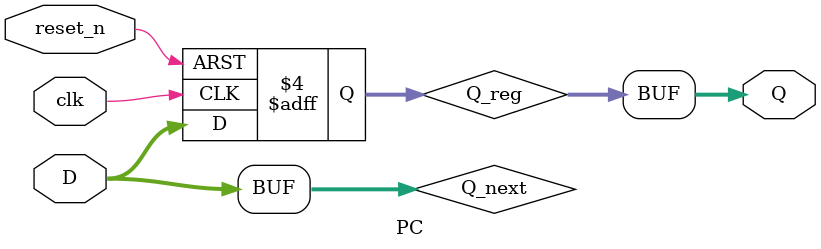
<source format=v>
`timescale 1ns / 1ps


module PC(
input[31:0] D,
input clk,reset_n,
output[31:0] Q
    );
    
    
    reg [31:0]Q_reg,Q_next;
    
    //state reg
    always @(posedge clk,negedge reset_n)
    begin
    Q_reg<=Q_reg;
      if(!reset_n)
        Q_reg<=32'b0;
      else
        Q_reg<=Q_next;  
    end
    
    //next state logic
    
    
    always @(D)
    begin
      Q_next=D;
    end
    
    //output logic
    
    assign Q=Q_reg;
    
    
    
    
    
    
    
    
    
    
    
    
    
    
    
    
endmodule

</source>
